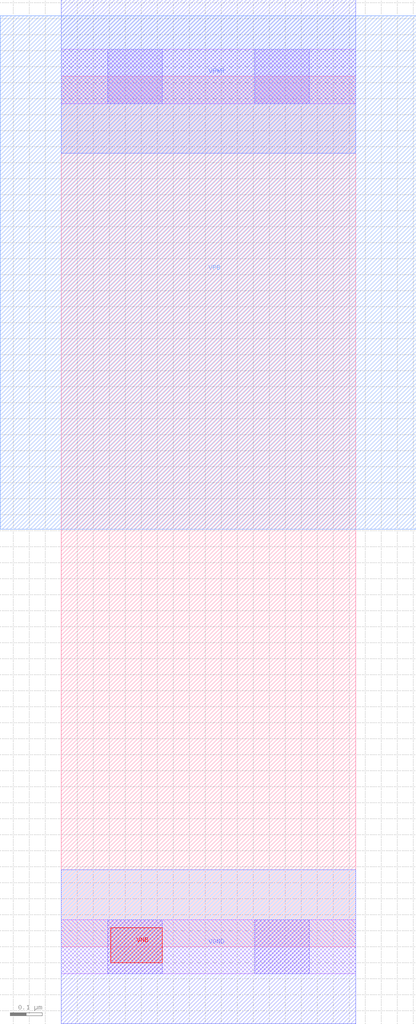
<source format=lef>
# Copyright 2020 The SkyWater PDK Authors
#
# Licensed under the Apache License, Version 2.0 (the "License");
# you may not use this file except in compliance with the License.
# You may obtain a copy of the License at
#
#     https://www.apache.org/licenses/LICENSE-2.0
#
# Unless required by applicable law or agreed to in writing, software
# distributed under the License is distributed on an "AS IS" BASIS,
# WITHOUT WARRANTIES OR CONDITIONS OF ANY KIND, either express or implied.
# See the License for the specific language governing permissions and
# limitations under the License.
#
# SPDX-License-Identifier: Apache-2.0

VERSION 5.7 ;
  NOWIREEXTENSIONATPIN ON ;
  DIVIDERCHAR "/" ;
  BUSBITCHARS "[]" ;
PROPERTYDEFINITIONS
  MACRO maskLayoutSubType STRING ;
  MACRO prCellType STRING ;
  MACRO originalViewName STRING ;
END PROPERTYDEFINITIONS
MACRO sky130_fd_sc_hdll__fill_2
  CLASS CORE SPACER ;
  FOREIGN sky130_fd_sc_hdll__fill_2 ;
  ORIGIN  0.000000  0.000000 ;
  SIZE  0.920000 BY  2.720000 ;
  SYMMETRY X Y R90 ;
  SITE unithd ;
  PIN VGND
    DIRECTION INOUT ;
    USE SIGNAL ;
    PORT
      LAYER met1 ;
        RECT 0.000000 -0.240000 0.920000 0.240000 ;
    END
  END VGND
  PIN VPWR
    DIRECTION INOUT ;
    USE SIGNAL ;
    PORT
      LAYER met1 ;
        RECT 0.000000 2.480000 0.920000 2.960000 ;
    END
  END VPWR
  PIN VNB
    DIRECTION INOUT ;
    USE GROUND ;
    PORT
      LAYER pwell ;
        RECT 0.155000 -0.050000 0.315000 0.060000 ;
    END
  END VNB
  PIN VPB
    DIRECTION INOUT ;
    USE POWER ;
    PORT
      LAYER nwell ;
        RECT -0.190000 1.305000 1.110000 2.910000 ;
    END
  END VPB
  OBS
    LAYER li1 ;
      RECT 0.000000 -0.085000 0.920000 0.085000 ;
      RECT 0.000000  2.635000 0.920000 2.805000 ;
    LAYER mcon ;
      RECT 0.145000 -0.085000 0.315000 0.085000 ;
      RECT 0.145000  2.635000 0.315000 2.805000 ;
      RECT 0.605000 -0.085000 0.775000 0.085000 ;
      RECT 0.605000  2.635000 0.775000 2.805000 ;
  END
  PROPERTY maskLayoutSubType "abstract" ;
  PROPERTY prCellType "standard" ;
  PROPERTY originalViewName "layout" ;
END sky130_fd_sc_hdll__fill_2
END LIBRARY

</source>
